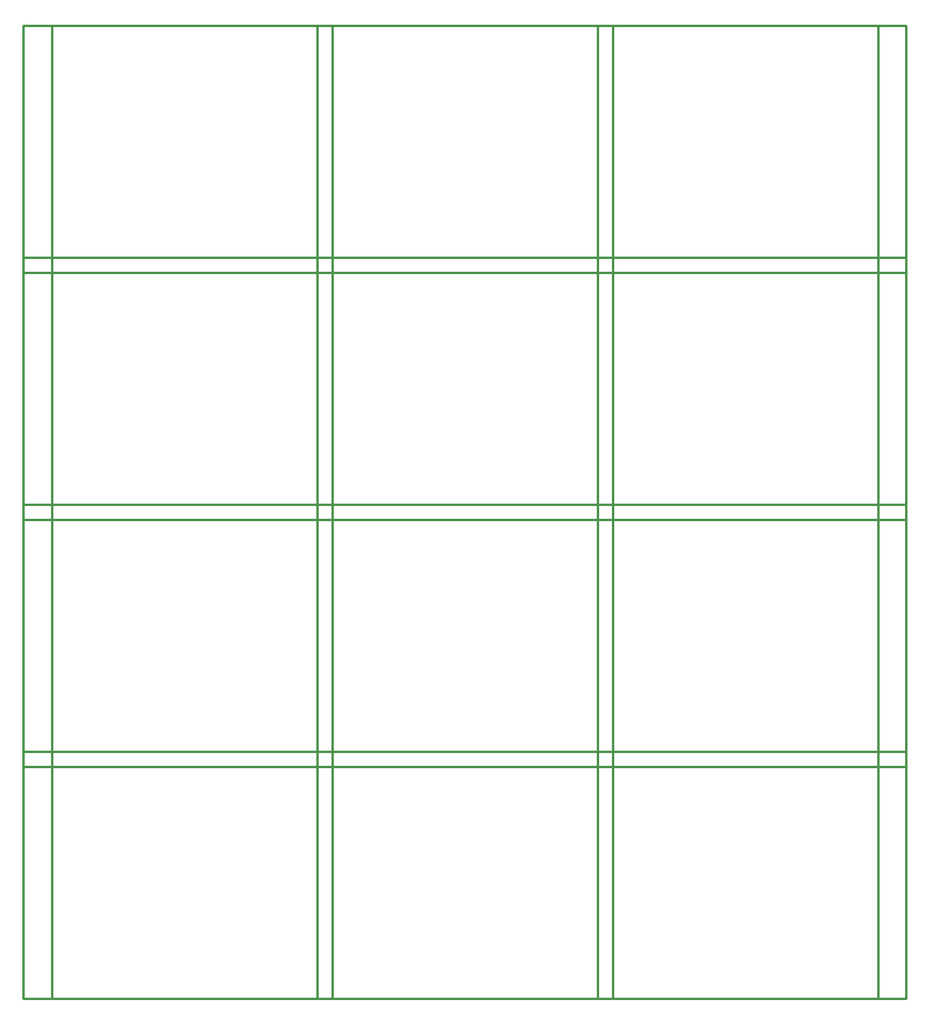
<source format=gko>
G04 Layer: BoardOutlineLayer*
G04 EasyEDA v6.5.9, 2022-12-19 01:16:27*
G04 b9351db9c1bb4c489ec9b4c5568df8d6,5dd06754fdd742daa6fe38bf62b7df6b,10*
G04 Gerber Generator version 0.2*
G04 Scale: 100 percent, Rotated: No, Reflected: No *
G04 Dimensions in millimeters *
G04 leading zeros omitted , absolute positions ,4 integer and 5 decimal *
%FSLAX45Y45*%
%MOMM*%

%ADD10C,0.2540*%
D10*
X406400Y10414000D02*
G01*
X3225800Y10414000D01*
X3225800Y7950200D01*
X406400Y7950200D01*
X406400Y10414000D01*
X3385799Y10414000D02*
G01*
X6205199Y10414000D01*
X6205199Y7950200D01*
X3385799Y7950200D01*
X3385799Y10414000D01*
X6365199Y10414000D02*
G01*
X9184599Y10414000D01*
X9184599Y7950200D01*
X6365199Y7950200D01*
X6365199Y10414000D01*
X406400Y7790200D02*
G01*
X3225800Y7790200D01*
X3225800Y5326400D01*
X406400Y5326400D01*
X406400Y7790200D01*
X3385799Y7790200D02*
G01*
X6205199Y7790200D01*
X6205199Y5326400D01*
X3385799Y5326400D01*
X3385799Y7790200D01*
X6365199Y7790200D02*
G01*
X9184599Y7790200D01*
X9184599Y5326400D01*
X6365199Y5326400D01*
X6365199Y7790200D01*
X406400Y5166400D02*
G01*
X3225800Y5166400D01*
X3225800Y2702600D01*
X406400Y2702600D01*
X406400Y5166400D01*
X3385799Y5166400D02*
G01*
X6205199Y5166400D01*
X6205199Y2702600D01*
X3385799Y2702600D01*
X3385799Y5166400D01*
X6365199Y5166400D02*
G01*
X9184599Y5166400D01*
X9184599Y2702600D01*
X6365199Y2702600D01*
X6365199Y5166400D01*
X406400Y2542600D02*
G01*
X3225800Y2542600D01*
X3225800Y78800D01*
X406400Y78800D01*
X406400Y2542600D01*
X3385799Y2542600D02*
G01*
X6205199Y2542600D01*
X6205199Y78800D01*
X3385799Y78800D01*
X3385799Y2542600D01*
X6365199Y2542600D02*
G01*
X9184599Y2542600D01*
X9184599Y78800D01*
X6365199Y78800D01*
X6365199Y2542600D01*
X106400Y10414000D02*
G01*
X9484598Y10414000D01*
X9484598Y78800D01*
X106400Y78800D01*
X106400Y10414000D01*
X106400Y7790200D02*
G01*
X9484598Y7790200D01*
X106400Y7950200D02*
G01*
X9484598Y7950200D01*
X106400Y5166400D02*
G01*
X9484598Y5166400D01*
X106400Y5326400D02*
G01*
X9484598Y5326400D01*
X106400Y2542600D02*
G01*
X9484598Y2542600D01*
X106400Y2702600D02*
G01*
X9484598Y2702600D01*
X3385799Y10414000D02*
G01*
X3385799Y78800D01*
X3225800Y10414000D02*
G01*
X3225800Y78800D01*
X6365199Y10414000D02*
G01*
X6365199Y78800D01*
X6205199Y10414000D02*
G01*
X6205199Y78800D01*
X406400Y10414000D02*
G01*
X406400Y78800D01*
X9184599Y10414000D02*
G01*
X9184599Y78800D01*

%LPD*%
M02*

</source>
